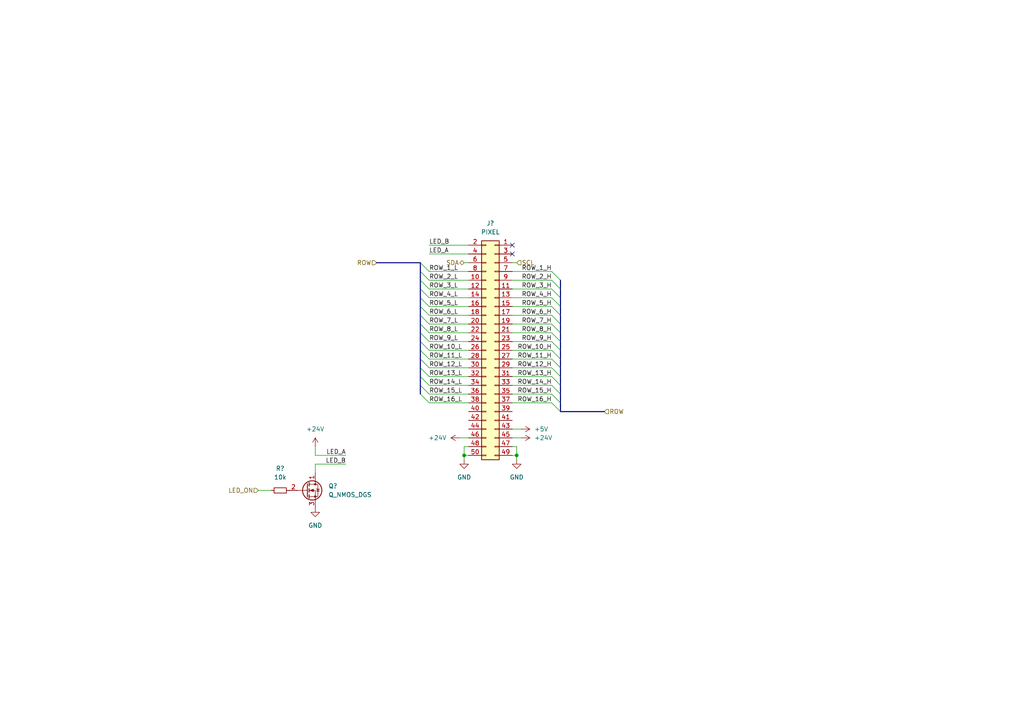
<source format=kicad_sch>
(kicad_sch (version 20211123) (generator eeschema)
  (paper "A4")
  (lib_symbols
    (symbol "Connector_Generic:Conn_02x25_Odd_Even" (pin_names (offset 1.016) hide)
      (property "Reference" "J" (at 1.27 33.02 0))
      (property "Value" "Conn_02x25_Odd_Even" (at 1.27 -33.02 0))
      (symbol "Conn_02x25_Odd_Even_1_1"
        (rectangle (start -1.27 -30.353) (end 0 -30.607) (stroke (width 0.1524)))
        (rectangle (start -1.27 -27.813) (end 0 -28.067) (stroke (width 0.1524)))
        (rectangle (start -1.27 -25.273) (end 0 -25.527) (stroke (width 0.1524)))
        (rectangle (start -1.27 -22.733) (end 0 -22.987) (stroke (width 0.1524)))
        (rectangle (start -1.27 -20.193) (end 0 -20.447) (stroke (width 0.1524)))
        (rectangle (start -1.27 -17.653) (end 0 -17.907) (stroke (width 0.1524)))
        (rectangle (start -1.27 -15.113) (end 0 -15.367) (stroke (width 0.1524)))
        (rectangle (start -1.27 -12.573) (end 0 -12.827) (stroke (width 0.1524)))
        (rectangle (start -1.27 -10.033) (end 0 -10.287) (stroke (width 0.1524)))
        (rectangle (start -1.27 -7.493) (end 0 -7.747) (stroke (width 0.1524)))
        (rectangle (start -1.27 -4.953) (end 0 -5.207) (stroke (width 0.1524)))
        (rectangle (start -1.27 -2.413) (end 0 -2.667) (stroke (width 0.1524)))
        (rectangle (start -1.27 0.127) (end 0 -0.127) (stroke (width 0.1524)))
        (rectangle (start -1.27 2.667) (end 0 2.413) (stroke (width 0.1524)))
        (rectangle (start -1.27 5.207) (end 0 4.953) (stroke (width 0.1524)))
        (rectangle (start -1.27 7.747) (end 0 7.493) (stroke (width 0.1524)))
        (rectangle (start -1.27 10.287) (end 0 10.033) (stroke (width 0.1524)))
        (rectangle (start -1.27 12.827) (end 0 12.573) (stroke (width 0.1524)))
        (rectangle (start -1.27 15.367) (end 0 15.113) (stroke (width 0.1524)))
        (rectangle (start -1.27 17.907) (end 0 17.653) (stroke (width 0.1524)))
        (rectangle (start -1.27 20.447) (end 0 20.193) (stroke (width 0.1524)))
        (rectangle (start -1.27 22.987) (end 0 22.733) (stroke (width 0.1524)))
        (rectangle (start -1.27 25.527) (end 0 25.273) (stroke (width 0.1524)))
        (rectangle (start -1.27 28.067) (end 0 27.813) (stroke (width 0.1524)))
        (rectangle (start -1.27 30.607) (end 0 30.353) (stroke (width 0.1524)))
        (rectangle (start -1.27 31.75) (end 3.81 -31.75) (stroke (width 0.254)) (fill (type background)))
        (rectangle (start 3.81 -30.353) (end 2.54 -30.607) (stroke (width 0.1524)))
        (rectangle (start 3.81 -27.813) (end 2.54 -28.067) (stroke (width 0.1524)))
        (rectangle (start 3.81 -25.273) (end 2.54 -25.527) (stroke (width 0.1524)))
        (rectangle (start 3.81 -22.733) (end 2.54 -22.987) (stroke (width 0.1524)))
        (rectangle (start 3.81 -20.193) (end 2.54 -20.447) (stroke (width 0.1524)))
        (rectangle (start 3.81 -17.653) (end 2.54 -17.907) (stroke (width 0.1524)))
        (rectangle (start 3.81 -15.113) (end 2.54 -15.367) (stroke (width 0.1524)))
        (rectangle (start 3.81 -12.573) (end 2.54 -12.827) (stroke (width 0.1524)))
        (rectangle (start 3.81 -10.033) (end 2.54 -10.287) (stroke (width 0.1524)))
        (rectangle (start 3.81 -7.493) (end 2.54 -7.747) (stroke (width 0.1524)))
        (rectangle (start 3.81 -4.953) (end 2.54 -5.207) (stroke (width 0.1524)))
        (rectangle (start 3.81 -2.413) (end 2.54 -2.667) (stroke (width 0.1524)))
        (rectangle (start 3.81 0.127) (end 2.54 -0.127) (stroke (width 0.1524)))
        (rectangle (start 3.81 2.667) (end 2.54 2.413) (stroke (width 0.1524)))
        (rectangle (start 3.81 5.207) (end 2.54 4.953) (stroke (width 0.1524)))
        (rectangle (start 3.81 7.747) (end 2.54 7.493) (stroke (width 0.1524)))
        (rectangle (start 3.81 10.287) (end 2.54 10.033) (stroke (width 0.1524)))
        (rectangle (start 3.81 12.827) (end 2.54 12.573) (stroke (width 0.1524)))
        (rectangle (start 3.81 15.367) (end 2.54 15.113) (stroke (width 0.1524)))
        (rectangle (start 3.81 17.907) (end 2.54 17.653) (stroke (width 0.1524)))
        (rectangle (start 3.81 20.447) (end 2.54 20.193) (stroke (width 0.1524)))
        (rectangle (start 3.81 22.987) (end 2.54 22.733) (stroke (width 0.1524)))
        (rectangle (start 3.81 25.527) (end 2.54 25.273) (stroke (width 0.1524)))
        (rectangle (start 3.81 28.067) (end 2.54 27.813) (stroke (width 0.1524)))
        (rectangle (start 3.81 30.607) (end 2.54 30.353) (stroke (width 0.1524)))
        (pin passive line (at -5.08 30.48 0) (length 3.81) (name "Pin_1") (number "1"))
        (pin passive line (at 7.62 20.32 180) (length 3.81) (name "Pin_10") (number "10"))
        (pin passive line (at -5.08 17.78 0) (length 3.81) (name "Pin_11") (number "11"))
        (pin passive line (at 7.62 17.78 180) (length 3.81) (name "Pin_12") (number "12"))
        (pin passive line (at -5.08 15.24 0) (length 3.81) (name "Pin_13") (number "13"))
        (pin passive line (at 7.62 15.24 180) (length 3.81) (name "Pin_14") (number "14"))
        (pin passive line (at -5.08 12.7 0) (length 3.81) (name "Pin_15") (number "15"))
        (pin passive line (at 7.62 12.7 180) (length 3.81) (name "Pin_16") (number "16"))
        (pin passive line (at -5.08 10.16 0) (length 3.81) (name "Pin_17") (number "17"))
        (pin passive line (at 7.62 10.16 180) (length 3.81) (name "Pin_18") (number "18"))
        (pin passive line (at -5.08 7.62 0) (length 3.81) (name "Pin_19") (number "19"))
        (pin passive line (at 7.62 30.48 180) (length 3.81) (name "Pin_2") (number "2"))
        (pin passive line (at 7.62 7.62 180) (length 3.81) (name "Pin_20") (number "20"))
        (pin passive line (at -5.08 5.08 0) (length 3.81) (name "Pin_21") (number "21"))
        (pin passive line (at 7.62 5.08 180) (length 3.81) (name "Pin_22") (number "22"))
        (pin passive line (at -5.08 2.54 0) (length 3.81) (name "Pin_23") (number "23"))
        (pin passive line (at 7.62 2.54 180) (length 3.81) (name "Pin_24") (number "24"))
        (pin passive line (at -5.08 0 0) (length 3.81) (name "Pin_25") (number "25"))
        (pin passive line (at 7.62 0 180) (length 3.81) (name "Pin_26") (number "26"))
        (pin passive line (at -5.08 -2.54 0) (length 3.81) (name "Pin_27") (number "27"))
        (pin passive line (at 7.62 -2.54 180) (length 3.81) (name "Pin_28") (number "28"))
        (pin passive line (at -5.08 -5.08 0) (length 3.81) (name "Pin_29") (number "29"))
        (pin passive line (at -5.08 27.94 0) (length 3.81) (name "Pin_3") (number "3"))
        (pin passive line (at 7.62 -5.08 180) (length 3.81) (name "Pin_30") (number "30"))
        (pin passive line (at -5.08 -7.62 0) (length 3.81) (name "Pin_31") (number "31"))
        (pin passive line (at 7.62 -7.62 180) (length 3.81) (name "Pin_32") (number "32"))
        (pin passive line (at -5.08 -10.16 0) (length 3.81) (name "Pin_33") (number "33"))
        (pin passive line (at 7.62 -10.16 180) (length 3.81) (name "Pin_34") (number "34"))
        (pin passive line (at -5.08 -12.7 0) (length 3.81) (name "Pin_35") (number "35"))
        (pin passive line (at 7.62 -12.7 180) (length 3.81) (name "Pin_36") (number "36"))
        (pin passive line (at -5.08 -15.24 0) (length 3.81) (name "Pin_37") (number "37"))
        (pin passive line (at 7.62 -15.24 180) (length 3.81) (name "Pin_38") (number "38"))
        (pin passive line (at -5.08 -17.78 0) (length 3.81) (name "Pin_39") (number "39"))
        (pin passive line (at 7.62 27.94 180) (length 3.81) (name "Pin_4") (number "4"))
        (pin passive line (at 7.62 -17.78 180) (length 3.81) (name "Pin_40") (number "40"))
        (pin passive line (at -5.08 -20.32 0) (length 3.81) (name "Pin_41") (number "41"))
        (pin passive line (at 7.62 -20.32 180) (length 3.81) (name "Pin_42") (number "42"))
        (pin passive line (at -5.08 -22.86 0) (length 3.81) (name "Pin_43") (number "43"))
        (pin passive line (at 7.62 -22.86 180) (length 3.81) (name "Pin_44") (number "44"))
        (pin passive line (at -5.08 -25.4 0) (length 3.81) (name "Pin_45") (number "45"))
        (pin passive line (at 7.62 -25.4 180) (length 3.81) (name "Pin_46") (number "46"))
        (pin passive line (at -5.08 -27.94 0) (length 3.81) (name "Pin_47") (number "47"))
        (pin passive line (at 7.62 -27.94 180) (length 3.81) (name "Pin_48") (number "48"))
        (pin passive line (at -5.08 -30.48 0) (length 3.81) (name "Pin_49") (number "49"))
        (pin passive line (at -5.08 25.4 0) (length 3.81) (name "Pin_5") (number "5"))
        (pin passive line (at 7.62 -30.48 180) (length 3.81) (name "Pin_50") (number "50"))
        (pin passive line (at 7.62 25.4 180) (length 3.81) (name "Pin_6") (number "6"))
        (pin passive line (at -5.08 22.86 0) (length 3.81) (name "Pin_7") (number "7"))
        (pin passive line (at 7.62 22.86 180) (length 3.81) (name "Pin_8") (number "8"))
        (pin passive line (at -5.08 20.32 0) (length 3.81) (name "Pin_9") (number "9"))
      )
    )
    (symbol "Device:Q_NMOS_DGS" (pin_names (offset 0) hide)
      (property "Reference" "Q" (at 5.08 1.27 0))
      (property "Value" "Q_NMOS_DGS" (at 5.08 -1.27 0))
      (symbol "Q_NMOS_DGS_0_1"
        (polyline (pts (xy 0.254 0) (xy -2.54 0)))
        (polyline (pts (xy 0.254 1.905) (xy 0.254 -1.905)) (stroke (width 0.254)))
        (polyline (pts (xy 0.762 -1.27) (xy 0.762 -2.286)) (stroke (width 0.254)))
        (polyline (pts (xy 0.762 0.508) (xy 0.762 -0.508)) (stroke (width 0.254)))
        (polyline (pts (xy 0.762 2.286) (xy 0.762 1.27)) (stroke (width 0.254)))
        (polyline (pts (xy 2.54 2.54) (xy 2.54 1.778)))
        (polyline (pts (xy 2.54 -2.54) (xy 2.54 0) (xy 0.762 0)))
        (polyline (pts (xy 0.762 -1.778) (xy 3.302 -1.778) (xy 3.302 1.778) (xy 0.762 1.778)))
        (polyline (pts (xy 1.016 0) (xy 2.032 0.381) (xy 2.032 -0.381) (xy 1.016 0)) (fill (type outline)))
        (polyline (pts (xy 2.794 0.508) (xy 2.921 0.381) (xy 3.683 0.381) (xy 3.81 0.254)))
        (polyline (pts (xy 3.302 0.381) (xy 2.921 -0.254) (xy 3.683 -0.254) (xy 3.302 0.381)))
        (circle (center 1.651 0) (radius 2.794) (stroke (width 0.254)))
        (circle (center 2.54 -1.778) (radius 0.254) (fill (type outline)))
        (circle (center 2.54 1.778) (radius 0.254) (fill (type outline)))
      )
      (symbol "Q_NMOS_DGS_1_1"
        (pin passive line (at 2.54 5.08 270) (length 2.54) (name "D") (number "1"))
        (pin input line (at -5.08 0 0) (length 2.54) (name "G") (number "2"))
        (pin passive line (at 2.54 -5.08 90) (length 2.54) (name "S") (number "3"))
      )
    )
    (symbol "Device:R_Small" (pin_numbers hide) (pin_names (offset 0.254) hide)
      (property "Reference" "R" (at 0.762 0.508 0))
      (property "Value" "R_Small" (at 0.762 -1.016 0))
      (symbol "R_Small_0_1"
        (rectangle (start -0.762 1.778) (end 0.762 -1.778) (stroke (width 0.2032)))
      )
      (symbol "R_Small_1_1"
        (pin passive line (at 0 2.54 270) (length 0.762) (name "~") (number "1"))
        (pin passive line (at 0 -2.54 90) (length 0.762) (name "~") (number "2"))
      )
    )
    (symbol "power:+24V" (power) (pin_names (offset 0))
      (property "Value" "+24V" (at 0 3.556 0))
      (symbol "+24V_0_1"
        (polyline (pts (xy -0.762 1.27) (xy 0 2.54)))
        (polyline (pts (xy 0 0) (xy 0 2.54)))
        (polyline (pts (xy 0 2.54) (xy 0.762 1.27)))
      )
      (symbol "+24V_1_1"
        (pin power_in line (at 0 0 90) (length 0) hide (name "+24V") (number "1"))
      )
    )
    (symbol "power:+5V" (power) (pin_names (offset 0))
      (property "Value" "+5V" (at 0 3.556 0))
      (symbol "+5V_0_1"
        (polyline (pts (xy -0.762 1.27) (xy 0 2.54)))
        (polyline (pts (xy 0 0) (xy 0 2.54)))
        (polyline (pts (xy 0 2.54) (xy 0.762 1.27)))
      )
      (symbol "+5V_1_1"
        (pin power_in line (at 0 0 90) (length 0) hide (name "+5V") (number "1"))
      )
    )
    (symbol "power:GND" (power) (pin_names (offset 0))
      (property "Value" "GND" (at 0 -3.81 0))
      (symbol "GND_0_1"
        (polyline (pts (xy 0 0) (xy 0 -1.27) (xy 1.27 -1.27) (xy 0 -2.54) (xy -1.27 -1.27) (xy 0 -1.27)))
      )
      (symbol "GND_1_1"
        (pin power_in line (at 0 0 270) (length 0) hide (name "GND") (number "1"))
      )
    )
  )
  (junction (at 134.62 132.08))
  (junction (at 149.86 132.08))
  (no_connect (at 148.59 73.66))
  (no_connect (at 148.59 71.12))
  (bus_entry (at 121.92 99.06) (size 2.54 2.54))
  (bus_entry (at 160.02 109.22) (size 2.54 2.54))
  (bus_entry (at 121.92 91.44) (size 2.54 2.54))
  (bus_entry (at 121.92 76.2) (size 2.54 2.54))
  (bus_entry (at 121.92 81.28) (size 2.54 2.54))
  (bus_entry (at 121.92 93.98) (size 2.54 2.54))
  (bus_entry (at 121.92 86.36) (size 2.54 2.54))
  (bus_entry (at 160.02 81.28) (size 2.54 2.54))
  (bus_entry (at 160.02 106.68) (size 2.54 2.54))
  (bus_entry (at 160.02 101.6) (size 2.54 2.54))
  (bus_entry (at 121.92 104.14) (size 2.54 2.54))
  (bus_entry (at 160.02 111.76) (size 2.54 2.54))
  (bus_entry (at 160.02 86.36) (size 2.54 2.54))
  (bus_entry (at 121.92 88.9) (size 2.54 2.54))
  (bus_entry (at 121.92 106.68) (size 2.54 2.54))
  (bus_entry (at 121.92 109.22) (size 2.54 2.54))
  (bus_entry (at 121.92 114.3) (size 2.54 2.54))
  (bus_entry (at 121.92 111.76) (size 2.54 2.54))
  (bus_entry (at 160.02 116.84) (size 2.54 2.54))
  (bus_entry (at 160.02 83.82) (size 2.54 2.54))
  (bus_entry (at 160.02 104.14) (size 2.54 2.54))
  (bus_entry (at 160.02 96.52) (size 2.54 2.54))
  (bus_entry (at 121.92 96.52) (size 2.54 2.54))
  (bus_entry (at 121.92 83.82) (size 2.54 2.54))
  (bus_entry (at 160.02 114.3) (size 2.54 2.54))
  (bus_entry (at 160.02 99.06) (size 2.54 2.54))
  (bus_entry (at 160.02 78.74) (size 2.54 2.54))
  (bus_entry (at 160.02 88.9) (size 2.54 2.54))
  (bus_entry (at 121.92 101.6) (size 2.54 2.54))
  (bus_entry (at 121.92 78.74) (size 2.54 2.54))
  (bus_entry (at 160.02 91.44) (size 2.54 2.54))
  (bus_entry (at 160.02 93.98) (size 2.54 2.54))
  (bus (pts (xy 121.92 99.06) (xy 121.92 101.6)))
  (bus (pts (xy 121.92 109.22) (xy 121.92 111.76)))
  (bus (pts (xy 162.56 116.84) (xy 162.56 119.38)))
  (wire (pts (xy 151.13 124.46) (xy 148.59 124.46)))
  (bus (pts (xy 162.56 104.14) (xy 162.56 106.68)))
  (wire (pts (xy 148.59 111.76) (xy 160.02 111.76)))
  (wire (pts (xy 149.86 132.08) (xy 149.86 133.35)))
  (wire (pts (xy 148.59 109.22) (xy 160.02 109.22)))
  (wire (pts (xy 134.62 132.08) (xy 134.62 133.35)))
  (bus (pts (xy 162.56 101.6) (xy 162.56 104.14)))
  (bus (pts (xy 162.56 91.44) (xy 162.56 93.98)))
  (bus (pts (xy 121.92 104.14) (xy 121.92 106.68)))
  (wire (pts (xy 124.46 114.3) (xy 135.89 114.3)))
  (wire (pts (xy 134.62 132.08) (xy 135.89 132.08)))
  (wire (pts (xy 124.46 99.06) (xy 135.89 99.06)))
  (wire (pts (xy 124.46 111.76) (xy 135.89 111.76)))
  (wire (pts (xy 124.46 93.98) (xy 135.89 93.98)))
  (wire (pts (xy 135.89 129.54) (xy 134.62 129.54)))
  (bus (pts (xy 162.56 83.82) (xy 162.56 86.36)))
  (bus (pts (xy 162.56 106.68) (xy 162.56 109.22)))
  (wire (pts (xy 148.59 81.28) (xy 160.02 81.28)))
  (wire (pts (xy 148.59 129.54) (xy 149.86 129.54)))
  (wire (pts (xy 124.46 81.28) (xy 135.89 81.28)))
  (wire (pts (xy 148.59 88.9) (xy 160.02 88.9)))
  (bus (pts (xy 121.92 96.52) (xy 121.92 99.06)))
  (bus (pts (xy 121.92 83.82) (xy 121.92 86.36)))
  (bus (pts (xy 121.92 93.98) (xy 121.92 96.52)))
  (wire (pts (xy 91.44 129.54) (xy 91.44 132.08)))
  (wire (pts (xy 74.93 142.24) (xy 78.74 142.24)))
  (wire (pts (xy 124.46 71.12) (xy 135.89 71.12)))
  (wire (pts (xy 148.59 104.14) (xy 160.02 104.14)))
  (bus (pts (xy 121.92 76.2) (xy 121.92 78.74)))
  (wire (pts (xy 124.46 91.44) (xy 135.89 91.44)))
  (bus (pts (xy 109.22 76.2) (xy 121.92 76.2)))
  (wire (pts (xy 151.13 127) (xy 148.59 127)))
  (wire (pts (xy 124.46 106.68) (xy 135.89 106.68)))
  (wire (pts (xy 148.59 86.36) (xy 160.02 86.36)))
  (wire (pts (xy 148.59 83.82) (xy 160.02 83.82)))
  (wire (pts (xy 148.59 101.6) (xy 160.02 101.6)))
  (wire (pts (xy 148.59 96.52) (xy 160.02 96.52)))
  (wire (pts (xy 148.59 91.44) (xy 160.02 91.44)))
  (bus (pts (xy 121.92 111.76) (xy 121.92 114.3)))
  (wire (pts (xy 149.86 129.54) (xy 149.86 132.08)))
  (bus (pts (xy 162.56 99.06) (xy 162.56 101.6)))
  (wire (pts (xy 134.62 76.2) (xy 135.89 76.2)))
  (bus (pts (xy 121.92 78.74) (xy 121.92 81.28)))
  (wire (pts (xy 148.59 114.3) (xy 160.02 114.3)))
  (wire (pts (xy 148.59 106.68) (xy 160.02 106.68)))
  (wire (pts (xy 148.59 116.84) (xy 160.02 116.84)))
  (bus (pts (xy 121.92 101.6) (xy 121.92 104.14)))
  (bus (pts (xy 162.56 111.76) (xy 162.56 114.3)))
  (wire (pts (xy 124.46 83.82) (xy 135.89 83.82)))
  (wire (pts (xy 91.44 134.62) (xy 91.44 137.16)))
  (wire (pts (xy 133.35 127) (xy 135.89 127)))
  (bus (pts (xy 121.92 106.68) (xy 121.92 109.22)))
  (wire (pts (xy 124.46 101.6) (xy 135.89 101.6)))
  (wire (pts (xy 124.46 86.36) (xy 135.89 86.36)))
  (wire (pts (xy 148.59 99.06) (xy 160.02 99.06)))
  (bus (pts (xy 121.92 81.28) (xy 121.92 83.82)))
  (wire (pts (xy 124.46 78.74) (xy 135.89 78.74)))
  (bus (pts (xy 162.56 114.3) (xy 162.56 116.84)))
  (wire (pts (xy 124.46 116.84) (xy 135.89 116.84)))
  (bus (pts (xy 175.26 119.38) (xy 162.56 119.38)))
  (bus (pts (xy 162.56 96.52) (xy 162.56 99.06)))
  (wire (pts (xy 124.46 109.22) (xy 135.89 109.22)))
  (wire (pts (xy 148.59 93.98) (xy 160.02 93.98)))
  (bus (pts (xy 162.56 93.98) (xy 162.56 96.52)))
  (bus (pts (xy 121.92 86.36) (xy 121.92 88.9)))
  (bus (pts (xy 121.92 88.9) (xy 121.92 91.44)))
  (wire (pts (xy 149.86 132.08) (xy 148.59 132.08)))
  (bus (pts (xy 162.56 109.22) (xy 162.56 111.76)))
  (bus (pts (xy 162.56 86.36) (xy 162.56 88.9)))
  (wire (pts (xy 124.46 73.66) (xy 135.89 73.66)))
  (wire (pts (xy 124.46 88.9) (xy 135.89 88.9)))
  (wire (pts (xy 124.46 96.52) (xy 135.89 96.52)))
  (wire (pts (xy 148.59 76.2) (xy 149.86 76.2)))
  (wire (pts (xy 100.33 132.08) (xy 91.44 132.08)))
  (wire (pts (xy 134.62 129.54) (xy 134.62 132.08)))
  (wire (pts (xy 91.44 134.62) (xy 100.33 134.62)))
  (wire (pts (xy 124.46 104.14) (xy 135.89 104.14)))
  (bus (pts (xy 162.56 81.28) (xy 162.56 83.82)))
  (bus (pts (xy 121.92 91.44) (xy 121.92 93.98)))
  (wire (pts (xy 148.59 78.74) (xy 160.02 78.74)))
  (bus (pts (xy 162.56 88.9) (xy 162.56 91.44)))
  (label "ROW_9_H" (at 160.02 99.06 180))
  (label "ROW_15_H" (at 160.02 114.3 180))
  (label "ROW_12_H" (at 160.02 106.68 180))
  (label "ROW_6_H" (at 160.02 91.44 180))
  (label "ROW_7_H" (at 160.02 93.98 180))
  (label "ROW_14_H" (at 160.02 111.76 180))
  (label "ROW_4_L" (at 124.46 86.36 0))
  (label "ROW_15_L" (at 124.46 114.3 0))
  (label "ROW_4_H" (at 160.02 86.36 180))
  (label "ROW_14_L" (at 124.46 111.76 0))
  (label "LED_A" (at 124.46 73.66 0))
  (label "LED_B" (at 100.33 134.62 180))
  (label "LED_B" (at 124.46 71.12 0))
  (label "LED_A" (at 100.33 132.08 180))
  (label "ROW_11_H" (at 160.02 104.14 180))
  (label "ROW_7_L" (at 124.46 93.98 0))
  (label "ROW_11_L" (at 124.46 104.14 0))
  (label "ROW_6_L" (at 124.46 91.44 0))
  (label "ROW_16_L" (at 124.46 116.84 0))
  (label "ROW_5_L" (at 124.46 88.9 0))
  (label "ROW_5_H" (at 160.02 88.9 180))
  (label "ROW_2_H" (at 160.02 81.28 180))
  (label "ROW_13_L" (at 124.46 109.22 0))
  (label "ROW_10_H" (at 160.02 101.6 180))
  (label "ROW_1_H" (at 160.02 78.74 180))
  (label "ROW_3_L" (at 124.46 83.82 0))
  (label "ROW_3_H" (at 160.02 83.82 180))
  (label "ROW_12_L" (at 124.46 106.68 0))
  (label "ROW_13_H" (at 160.02 109.22 180))
  (label "ROW_10_L" (at 124.46 101.6 0))
  (label "ROW_16_H" (at 160.02 116.84 180))
  (label "ROW_9_L" (at 124.46 99.06 0))
  (label "ROW_8_L" (at 124.46 96.52 0))
  (label "ROW_1_L" (at 124.46 78.74 0))
  (label "ROW_8_H" (at 160.02 96.52 180))
  (label "ROW_2_L" (at 124.46 81.28 0))
  (hierarchical_label "ROW" (shape input) (at 109.22 76.2 180))
  (hierarchical_label "SDA" (shape bidirectional) (at 134.62 76.2 180))
  (hierarchical_label "SCL" (shape input) (at 149.86 76.2 0))
  (hierarchical_label "ROW" (shape input) (at 175.26 119.38 0))
  (hierarchical_label "LED_ON" (shape input) (at 74.93 142.24 180))
  (symbol (lib_id "power:GND") (at 91.44 147.32 0) (unit 1)
    (property "Reference" "#PWR?" (effects hide))
    (property "Value" "GND" (at 91.44 152.4 0))
  )
  (symbol (lib_id "Device:R_Small") (at 81.28 142.24 90) (unit 1)
    (property "Reference" "R?" (at 81.28 135.89 90))
    (property "Value" "10k" (at 81.28 138.43 90))
  )
  (symbol (lib_id "power:+24V") (at 91.44 129.54 0) (unit 1)
    (property "Reference" "#PWR?" (effects hide))
    (property "Value" "+24V" (at 91.44 124.46 0))
  )
  (symbol (lib_id "power:GND") (at 149.86 133.35 0) (unit 1)
    (property "Reference" "#PWR?" (effects hide))
    (property "Value" "GND" (at 149.86 138.43 0))
  )
  (symbol (lib_id "Device:Q_NMOS_DGS") (at 88.9 142.24 0) (unit 1)
    (property "Reference" "Q?" (at 95.25 140.9699 0) (effects (justify left)))
    (property "Value" "Q_NMOS_DGS" (at 95.25 143.5099 0) (effects (justify left)))
  )
  (symbol (lib_id "power:GND") (at 134.62 133.35 0) (unit 1)
    (property "Reference" "#PWR?" (effects hide))
    (property "Value" "GND" (at 134.62 138.43 0))
  )
  (symbol (lib_id "Connector_Generic:Conn_02x25_Odd_Even") (at 143.51 101.6 0) (mirror y) (unit 1)
    (property "Reference" "J?" (at 142.24 64.77 0))
    (property "Value" "PIXEL" (at 142.24 67.31 0))
  )
  (symbol (lib_id "power:+24V") (at 151.13 127 270) (mirror x) (unit 1)
    (property "Reference" "#PWR?" (effects hide))
    (property "Value" "+24V" (at 154.94 126.9999 90) (effects (justify left)))
  )
  (symbol (lib_id "power:+5V") (at 151.13 124.46 270) (unit 1)
    (property "Reference" "#PWR?" (effects hide))
    (property "Value" "+5V" (at 154.94 124.4599 90) (effects (justify left)))
  )
  (symbol (lib_id "power:+24V") (at 133.35 127 90) (unit 1)
    (property "Reference" "#PWR?" (effects hide))
    (property "Value" "+24V" (at 129.54 126.9999 90) (effects (justify left)))
  )
)
</source>
